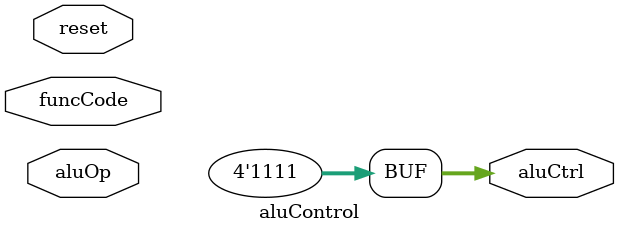
<source format=v>

module aluControl (aluOp, funcCode, aluCtrl, reset);

    input reset;
    input [1:0] aluOp;
    input [5:0] funcCode;
    output reg [3:0] aluCtrl;

    // Aplica o reset
    always @(reset) begin
        aluCtrl <= 4'b1111;
    end

    // Executa sempre que aluOp ou funcCode estiverem altos;
    always @(*) begin
        case (aluOp)
            2'b00:
                aluCtrl <= 4'b0010;
            2'b01:
                aluCtrl <= 4'b0110;
            2'b10:
                case(funcCode[3:0])
                    4'b0000: aluCtrl <= 4'b0010;
                    4'b0010: aluCtrl <= 4'b0110;
                    4'b0100: aluCtrl <= 4'b0000;
                    4'b0101: aluCtrl <= 4'b0001;
                    4'b1010: aluCtrl <= 4'b0111;
                    default: aluCtrl <= 4'b1111;
                endcase
            2'b11:
                case(funcCode[3:0])
                    4'b0010: aluCtrl <= 4'b0110;
                    4'b1010: aluCtrl <= 4'b0111;
                    default: aluCtrl <= 4'b1111;
                endcase
            default: aluCtrl <= 4'b1111;
        endcase
	end
endmodule

</source>
